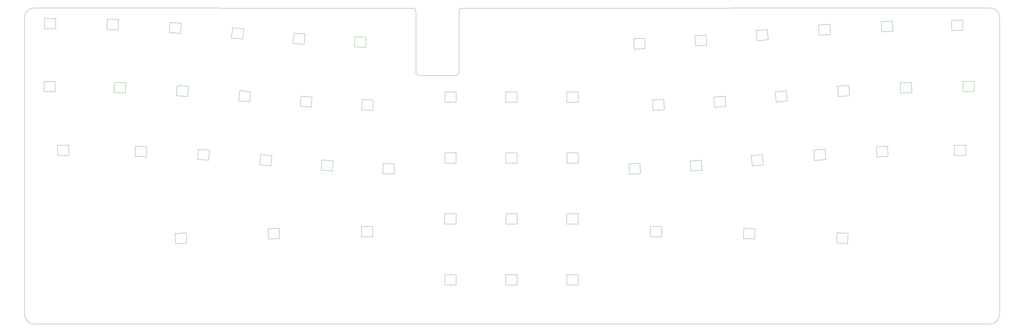
<source format=gbr>
G04 #@! TF.GenerationSoftware,KiCad,Pcbnew,7.0.9*
G04 #@! TF.CreationDate,2024-02-06T21:39:52+09:00*
G04 #@! TF.ProjectId,tijuana,74696a75-616e-4612-9e6b-696361645f70,rev?*
G04 #@! TF.SameCoordinates,Original*
G04 #@! TF.FileFunction,Profile,NP*
%FSLAX46Y46*%
G04 Gerber Fmt 4.6, Leading zero omitted, Abs format (unit mm)*
G04 Created by KiCad (PCBNEW 7.0.9) date 2024-02-06 21:39:52*
%MOMM*%
%LPD*%
G01*
G04 APERTURE LIST*
G04 #@! TA.AperFunction,Profile*
%ADD10C,0.100000*%
G04 #@! TD*
G04 #@! TA.AperFunction,Profile*
%ADD11C,0.120000*%
G04 #@! TD*
G04 APERTURE END LIST*
D10*
X19275000Y-113050000D02*
G75*
G03*
X22275000Y-116050000I3000000J0D01*
G01*
X22275000Y-17250000D02*
G75*
G03*
X19275000Y-20250000I0J-3000000D01*
G01*
X320625000Y-116050000D02*
G75*
G03*
X323625000Y-113050000I0J3000000D01*
G01*
X323625000Y-20250000D02*
G75*
G03*
X320625000Y-17250000I-3000000J0D01*
G01*
X139139000Y-17327194D02*
X22275000Y-17250000D01*
X320625000Y-17250000D02*
X157124000Y-17327194D01*
X22275000Y-116050000D02*
X320625000Y-116050000D01*
X19275000Y-20250000D02*
X19275000Y-113050000D01*
X323625000Y-20250000D02*
X323625000Y-113050000D01*
D11*
X309510100Y-60161500D02*
X313010100Y-60161500D01*
X309510100Y-63361500D02*
X309510100Y-60161500D01*
X313010100Y-60161500D02*
X313010100Y-63361500D01*
X313010100Y-63361500D02*
X309510100Y-63361500D01*
X188521600Y-81605800D02*
X192021600Y-81605800D01*
X188521600Y-84805800D02*
X188521600Y-81605800D01*
X192021600Y-81605800D02*
X192021600Y-84805800D01*
X192021600Y-84805800D02*
X188521600Y-84805800D01*
X276722747Y-44649329D02*
X273231273Y-44893476D01*
X276499527Y-41457124D02*
X276722747Y-44649329D01*
X273231273Y-44893476D02*
X273008053Y-41701271D01*
X273008053Y-41701271D02*
X276499527Y-41457124D01*
X267083753Y-22563571D02*
X270575227Y-22319424D01*
X267306973Y-25755776D02*
X267083753Y-22563571D01*
X270575227Y-22319424D02*
X270798447Y-25511629D01*
X270798447Y-25511629D02*
X267306973Y-25755776D01*
X86394832Y-43067940D02*
X89875659Y-43433790D01*
X86060341Y-46250410D02*
X86394832Y-43067940D01*
X89875659Y-43433790D02*
X89541168Y-46616260D01*
X89541168Y-46616260D02*
X86060341Y-46250410D01*
X315674500Y-43392900D02*
X312174500Y-43392900D01*
X315674500Y-40192900D02*
X315674500Y-43392900D01*
X312174500Y-43392900D02*
X312174500Y-40192900D01*
X312174500Y-40192900D02*
X315674500Y-40192900D01*
X296180673Y-43688051D02*
X292682805Y-43810199D01*
X296068995Y-40490001D02*
X296180673Y-43688051D01*
X292682805Y-43810199D02*
X292571127Y-40612149D01*
X292571127Y-40612149D02*
X296068995Y-40490001D01*
X124369400Y-85584100D02*
X127869400Y-85584100D01*
X124369400Y-88784100D02*
X124369400Y-85584100D01*
X127869400Y-85584100D02*
X127869400Y-88784100D01*
X127869400Y-88784100D02*
X124369400Y-88784100D01*
X66870573Y-41442024D02*
X70362047Y-41686171D01*
X66647353Y-44634229D02*
X66870573Y-41442024D01*
X70362047Y-41686171D02*
X70138827Y-44878376D01*
X70138827Y-44878376D02*
X66647353Y-44634229D01*
X172973600Y-103862500D02*
X169473600Y-103862500D01*
X172973600Y-100662500D02*
X172973600Y-103862500D01*
X169473600Y-103862500D02*
X169473600Y-100662500D01*
X169473600Y-100662500D02*
X172973600Y-100662500D01*
X33034900Y-63367300D02*
X29534900Y-63367300D01*
X33034900Y-60167300D02*
X33034900Y-63367300D01*
X29534900Y-63367300D02*
X29534900Y-60167300D01*
X29534900Y-60167300D02*
X33034900Y-60167300D01*
X246063641Y-63430490D02*
X249544468Y-63064640D01*
X246398132Y-66612960D02*
X246063641Y-63430490D01*
X249544468Y-63064640D02*
X249878959Y-66247110D01*
X249878959Y-66247110D02*
X246398132Y-66612960D01*
X228475953Y-25928971D02*
X231967427Y-25684824D01*
X228699173Y-29121176D02*
X228475953Y-25928971D01*
X231967427Y-25684824D02*
X232190647Y-28877029D01*
X232190647Y-28877029D02*
X228699173Y-29121176D01*
X209358427Y-26866949D02*
X212856295Y-26744801D01*
X209470105Y-30064999D02*
X209358427Y-26866949D01*
X212856295Y-26744801D02*
X212967973Y-29942851D01*
X212967973Y-29942851D02*
X209470105Y-30064999D01*
X76723527Y-64831876D02*
X73232053Y-64587729D01*
X76946747Y-61639671D02*
X76723527Y-64831876D01*
X73232053Y-64587729D02*
X73455273Y-61395524D01*
X73455273Y-61395524D02*
X76946747Y-61639671D01*
X285151727Y-60574949D02*
X288649595Y-60452801D01*
X285263405Y-63772999D02*
X285151727Y-60574949D01*
X288649595Y-60452801D02*
X288761273Y-63650851D01*
X288761273Y-63650851D02*
X285263405Y-63772999D01*
X134578595Y-69154199D02*
X131080727Y-69032051D01*
X134690273Y-65956149D02*
X134578595Y-69154199D01*
X131080727Y-69032051D02*
X131192405Y-65834001D01*
X131192405Y-65834001D02*
X134690273Y-65956149D01*
X28990300Y-23730100D02*
X25490300Y-23730100D01*
X28990300Y-20530100D02*
X28990300Y-23730100D01*
X25490300Y-23730100D02*
X25490300Y-20530100D01*
X25490300Y-20530100D02*
X28990300Y-20530100D01*
X276093227Y-90901476D02*
X272601753Y-90657329D01*
X276316447Y-87709271D02*
X276093227Y-90901476D01*
X272601753Y-90657329D02*
X272824973Y-87465124D01*
X272824973Y-87465124D02*
X276316447Y-87709271D01*
X57273295Y-63759899D02*
X53775427Y-63637751D01*
X57384973Y-60561849D02*
X57273295Y-63759899D01*
X53775427Y-63637751D02*
X53887105Y-60439701D01*
X53887105Y-60439701D02*
X57384973Y-60561849D01*
X257320059Y-46286410D02*
X253839232Y-46652260D01*
X256985568Y-43103940D02*
X257320059Y-46286410D01*
X253839232Y-46652260D02*
X253504741Y-43469790D01*
X253504741Y-43469790D02*
X256985568Y-43103940D01*
X265585753Y-61667171D02*
X269077227Y-61423024D01*
X265808973Y-64859376D02*
X265585753Y-61667171D01*
X269077227Y-61423024D02*
X269300447Y-64615229D01*
X269300447Y-64615229D02*
X265808973Y-64859376D01*
X238126047Y-48027229D02*
X234634573Y-48271376D01*
X237902827Y-44835024D02*
X238126047Y-48027229D01*
X234634573Y-48271376D02*
X234411353Y-45079171D01*
X234411353Y-45079171D02*
X237902827Y-44835024D01*
X105482873Y-44806124D02*
X108974347Y-45050271D01*
X105259653Y-47998329D02*
X105482873Y-44806124D01*
X108974347Y-45050271D02*
X108751127Y-48242476D01*
X108751127Y-48242476D02*
X105259653Y-47998329D01*
X192029300Y-65764500D02*
X188529300Y-65764500D01*
X192029300Y-62564500D02*
X192029300Y-65764500D01*
X188529300Y-65764500D02*
X188529300Y-62564500D01*
X188529300Y-62564500D02*
X192029300Y-62564500D01*
X169475000Y-81607300D02*
X172975000Y-81607300D01*
X169475000Y-84807300D02*
X169475000Y-81607300D01*
X172975000Y-81607300D02*
X172975000Y-84807300D01*
X172975000Y-84807300D02*
X169475000Y-84807300D01*
X47313105Y-40468701D02*
X50810973Y-40590849D01*
X47201427Y-43666751D02*
X47313105Y-40468701D01*
X50810973Y-40590849D02*
X50699295Y-43788899D01*
X50699295Y-43788899D02*
X47201427Y-43666751D01*
X218882273Y-49078851D02*
X215384405Y-49200999D01*
X218770595Y-45880801D02*
X218882273Y-49078851D01*
X215384405Y-49200999D02*
X215272727Y-46002949D01*
X215272727Y-46002949D02*
X218770595Y-45880801D01*
X25335900Y-40205100D02*
X28835900Y-40205100D01*
X25335900Y-43405100D02*
X25335900Y-40205100D01*
X28835900Y-40205100D02*
X28835900Y-43405100D01*
X28835900Y-43405100D02*
X25335900Y-43405100D01*
X95250527Y-86258349D02*
X98748395Y-86136201D01*
X95362205Y-89456399D02*
X95250527Y-86258349D01*
X98748395Y-86136201D02*
X98860073Y-89334251D01*
X98860073Y-89334251D02*
X95362205Y-89456399D01*
X172968400Y-65764400D02*
X169468400Y-65764400D01*
X172968400Y-62564400D02*
X172968400Y-65764400D01*
X169468400Y-65764400D02*
X169468400Y-62564400D01*
X169468400Y-62564400D02*
X172968400Y-62564400D01*
X140399600Y-17327194D02*
X139139000Y-17327194D01*
X141399600Y-18327194D02*
X141399600Y-37327194D01*
X142399600Y-38327194D02*
X152702600Y-38327194D01*
X152702600Y-38327194D02*
X153887000Y-38327194D01*
X154887000Y-37327194D02*
X154887000Y-18327194D01*
X155887000Y-17327194D02*
X157124000Y-17327194D01*
X141399600Y-18327194D02*
G75*
G03*
X140399600Y-17327194I-1000003J-3D01*
G01*
X141399600Y-37327194D02*
G75*
G03*
X142399600Y-38327194I1000003J3D01*
G01*
X155887000Y-17327187D02*
G75*
G03*
X154887000Y-18327194I14J-1000014D01*
G01*
X153887000Y-38327187D02*
G75*
G03*
X154887000Y-37327194I14J999986D01*
G01*
X150432000Y-43513500D02*
X153932000Y-43513500D01*
X150432000Y-46713500D02*
X150432000Y-43513500D01*
X153932000Y-43513500D02*
X153932000Y-46713500D01*
X153932000Y-46713500D02*
X150432000Y-46713500D01*
X48463795Y-24093699D02*
X44965927Y-23971551D01*
X48575473Y-20895649D02*
X48463795Y-24093699D01*
X44965927Y-23971551D02*
X45077605Y-20773501D01*
X45077605Y-20773501D02*
X48575473Y-20895649D01*
X87319868Y-26955360D02*
X83839041Y-26589510D01*
X87654359Y-23772890D02*
X87319868Y-26955360D01*
X83839041Y-26589510D02*
X84173532Y-23407040D01*
X84173532Y-23407040D02*
X87654359Y-23772890D01*
X67917727Y-25201076D02*
X64426253Y-24956929D01*
X68140947Y-22008871D02*
X67917727Y-25201076D01*
X64426253Y-24956929D02*
X64649473Y-21764724D01*
X64649473Y-21764724D02*
X68140947Y-22008871D01*
X247128995Y-89412599D02*
X243631127Y-89290451D01*
X247240673Y-86214549D02*
X247128995Y-89412599D01*
X243631127Y-89290451D02*
X243742805Y-86092401D01*
X243742805Y-86092401D02*
X247240673Y-86214549D01*
X153927800Y-65764600D02*
X150427800Y-65764600D01*
X153927800Y-62564600D02*
X153927800Y-65764600D01*
X150427800Y-65764600D02*
X150427800Y-62564600D01*
X150427800Y-62564600D02*
X153927800Y-62564600D01*
X125782895Y-29530599D02*
X122285027Y-29408451D01*
X125894573Y-26332549D02*
X125782895Y-29530599D01*
X122285027Y-29408451D02*
X122396705Y-26210401D01*
X122396705Y-26210401D02*
X125894573Y-26332549D01*
X169471200Y-43515900D02*
X172971200Y-43515900D01*
X169471200Y-46715900D02*
X169471200Y-43515900D01*
X172971200Y-43515900D02*
X172971200Y-46715900D01*
X172971200Y-46715900D02*
X169471200Y-46715900D01*
X308595900Y-21044100D02*
X312095900Y-21044100D01*
X308595900Y-24244100D02*
X308595900Y-21044100D01*
X312095900Y-21044100D02*
X312095900Y-24244100D01*
X312095900Y-24244100D02*
X308595900Y-24244100D01*
X66184453Y-87764471D02*
X69675927Y-87520324D01*
X66407673Y-90956676D02*
X66184453Y-87764471D01*
X69675927Y-87520324D02*
X69899147Y-90712529D01*
X69899147Y-90712529D02*
X66407673Y-90956676D01*
X96123168Y-66579260D02*
X92642341Y-66213410D01*
X96457659Y-63396790D02*
X96123168Y-66579260D01*
X92642341Y-66213410D02*
X92976832Y-63030940D01*
X92976832Y-63030940D02*
X96457659Y-63396790D01*
X153923100Y-103863800D02*
X150423100Y-103863800D01*
X153923100Y-100663800D02*
X153923100Y-103863800D01*
X150423100Y-103863800D02*
X150423100Y-100663800D01*
X150423100Y-100663800D02*
X153923100Y-100663800D01*
X150422900Y-81614800D02*
X153922900Y-81614800D01*
X150422900Y-84814800D02*
X150422900Y-81614800D01*
X153922900Y-81614800D02*
X153922900Y-84814800D01*
X153922900Y-84814800D02*
X150422900Y-84814800D01*
X207840927Y-65973049D02*
X211338795Y-65850901D01*
X207952605Y-69171099D02*
X207840927Y-65973049D01*
X211338795Y-65850901D02*
X211450473Y-69048951D01*
X211450473Y-69048951D02*
X207952605Y-69171099D01*
X124607405Y-45873901D02*
X128105273Y-45996049D01*
X124495727Y-49071951D02*
X124607405Y-45873901D01*
X128105273Y-45996049D02*
X127993595Y-49194099D01*
X127993595Y-49194099D02*
X124495727Y-49071951D01*
X188523700Y-43514900D02*
X192023700Y-43514900D01*
X188523700Y-46714900D02*
X188523700Y-43514900D01*
X192023700Y-43514900D02*
X192023700Y-46714900D01*
X192023700Y-46714900D02*
X188523700Y-46714900D01*
X218118100Y-88767700D02*
X214618100Y-88767700D01*
X218118100Y-85567700D02*
X218118100Y-88767700D01*
X214618100Y-88767700D02*
X214618100Y-85567700D01*
X214618100Y-85567700D02*
X218118100Y-85567700D01*
X106533527Y-28573376D02*
X103042053Y-28329229D01*
X106756747Y-25381171D02*
X106533527Y-28573376D01*
X103042053Y-28329229D02*
X103265273Y-25137024D01*
X103265273Y-25137024D02*
X106756747Y-25381171D01*
X115322727Y-68201376D02*
X111831253Y-67957229D01*
X115545947Y-65009171D02*
X115322727Y-68201376D01*
X111831253Y-67957229D02*
X112054473Y-64765024D01*
X112054473Y-64765024D02*
X115545947Y-65009171D01*
X192021700Y-103861100D02*
X188521700Y-103861100D01*
X192021700Y-100661100D02*
X192021700Y-103861100D01*
X188521700Y-103861100D02*
X188521700Y-100661100D01*
X188521700Y-100661100D02*
X192021700Y-100661100D01*
X247584141Y-24327790D02*
X251064968Y-23961940D01*
X247918632Y-27510260D02*
X247584141Y-24327790D01*
X251064968Y-23961940D02*
X251399459Y-27144410D01*
X251399459Y-27144410D02*
X247918632Y-27510260D01*
X226978253Y-65033071D02*
X230469727Y-64788924D01*
X227201473Y-68225276D02*
X226978253Y-65033071D01*
X230469727Y-64788924D02*
X230692947Y-67981129D01*
X230692947Y-67981129D02*
X227201473Y-68225276D01*
X286629027Y-21465849D02*
X290126895Y-21343701D01*
X286740705Y-24663899D02*
X286629027Y-21465849D01*
X290126895Y-21343701D02*
X290238573Y-24541751D01*
X290238573Y-24541751D02*
X286740705Y-24663899D01*
M02*

</source>
